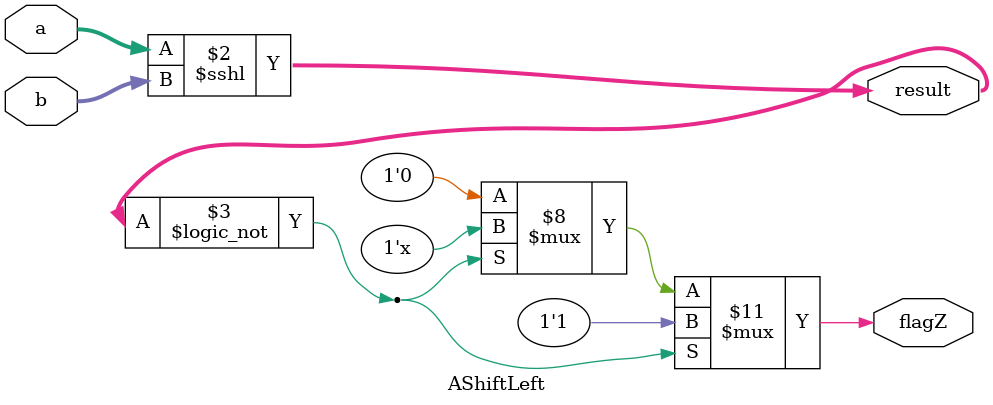
<source format=sv>


module AShiftLeft #(parameter N=4) (input logic [N-1:0] a, 
												input logic [N-1:0] b, 
												output reg [N-1:0] result,
												output reg flagZ);

	
	always_comb begin
		
		//INICIALIZACIÓN DE VARIABLES
		result = 0;
		flagZ = 0;
		
		result = a <<< b;
		
		// FLAG CERO
		if (result == 0) begin
			flagZ = 1;
		end
		
		else if (result != 0) begin
			flagZ = 0;
		end
		
	end	
	
endmodule 
</source>
